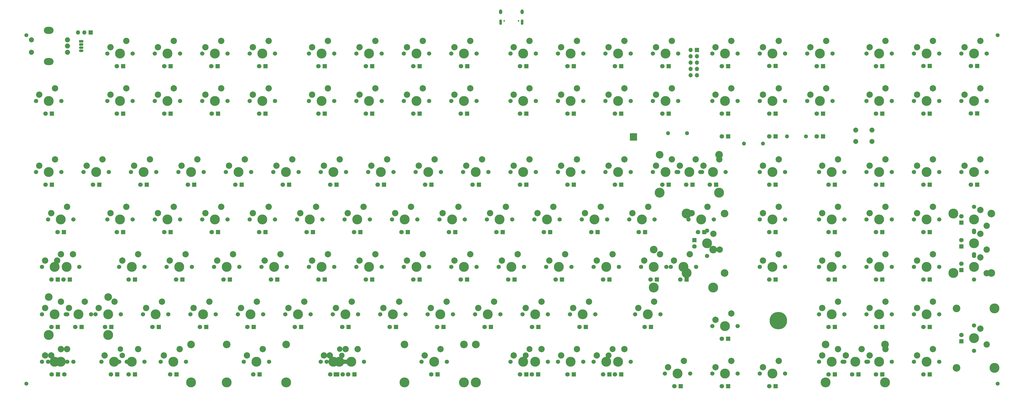
<source format=gbr>
G04 #@! TF.GenerationSoftware,KiCad,Pcbnew,(6.0.0)*
G04 #@! TF.CreationDate,2022-01-14T13:14:56-05:00*
G04 #@! TF.ProjectId,Boston-keyboard-V06-1J,426f7374-6f6e-42d6-9b65-79626f617264,rev?*
G04 #@! TF.SameCoordinates,Original*
G04 #@! TF.FileFunction,Soldermask,Top*
G04 #@! TF.FilePolarity,Negative*
%FSLAX46Y46*%
G04 Gerber Fmt 4.6, Leading zero omitted, Abs format (unit mm)*
G04 Created by KiCad (PCBNEW (6.0.0)) date 2022-01-14 13:14:56*
%MOMM*%
%LPD*%
G01*
G04 APERTURE LIST*
%ADD10R,1.800000X1.800000*%
%ADD11C,1.800000*%
%ADD12R,2.200000X1.800000*%
%ADD13C,0.800000*%
%ADD14C,7.000000*%
%ADD15C,1.600000*%
%ADD16O,1.600000X1.600000*%
%ADD17C,1.596000*%
%ADD18R,1.700000X1.700000*%
%ADD19O,1.700000X1.700000*%
%ADD20C,2.032000*%
%ADD21O,3.900000X2.799999*%
%ADD22R,1.800000X1.070000*%
%ADD23O,1.800000X1.070000*%
%ADD24C,3.987800*%
%ADD25C,1.701800*%
%ADD26C,2.540000*%
%ADD27C,3.048000*%
%ADD28C,2.400000*%
%ADD29C,2.200000*%
%ADD30C,0.650000*%
%ADD31O,1.300000X1.900000*%
%ADD32O,1.100000X2.200000*%
%ADD33C,2.000000*%
%ADD34O,5.000000X1.701800*%
%ADD35C,0.220000*%
G04 APERTURE END LIST*
D10*
X69657600Y-168280000D03*
D11*
X72197600Y-168280000D03*
D12*
X181420000Y-168280000D03*
D11*
X183960000Y-168280000D03*
D10*
X381595000Y-130180000D03*
D11*
X379055000Y-130180000D03*
D10*
X181570000Y-92080000D03*
D11*
X179030000Y-92080000D03*
D10*
X419695000Y-168280000D03*
D11*
X417155000Y-168280000D03*
D13*
X360749655Y-144793345D03*
X358893500Y-149274500D03*
X361518500Y-146649500D03*
X357037345Y-148505655D03*
X357037345Y-144793345D03*
X358893500Y-144024500D03*
X360749655Y-148505655D03*
D14*
X358893500Y-146649500D03*
D13*
X356268500Y-146649500D03*
D10*
X253007500Y-130180000D03*
D11*
X250467500Y-130180000D03*
D10*
X69657600Y-168280000D03*
D11*
X67117600Y-168280000D03*
D10*
X238720000Y-92080000D03*
D11*
X236180000Y-92080000D03*
D10*
X152995000Y-111130000D03*
D11*
X150455000Y-111130000D03*
D10*
X333970000Y-92080000D03*
D11*
X331430000Y-92080000D03*
D10*
X167282500Y-149230000D03*
D11*
X164742500Y-149230000D03*
D10*
X233957500Y-63505000D03*
D11*
X231417500Y-63505000D03*
D10*
X338732500Y-153992500D03*
D11*
X336192500Y-153992500D03*
D10*
X419695000Y-92080000D03*
D11*
X417155000Y-92080000D03*
D10*
X438745000Y-44429600D03*
D11*
X436205000Y-44429600D03*
D10*
X114895000Y-63505000D03*
D11*
X112355000Y-63505000D03*
D10*
X195857500Y-44455000D03*
D11*
X193317500Y-44455000D03*
D10*
X114895000Y-111130000D03*
D11*
X112355000Y-111130000D03*
D10*
X400645000Y-63530400D03*
D11*
X398105000Y-63530400D03*
D10*
X419695000Y-44429600D03*
D11*
X417155000Y-44429600D03*
D10*
X381595000Y-149230000D03*
D11*
X379055000Y-149230000D03*
D10*
X276820000Y-168280000D03*
D11*
X274280000Y-168280000D03*
D10*
X233995600Y-44455000D03*
D11*
X231455600Y-44455000D03*
D10*
X432395000Y-107320000D03*
D11*
X432395000Y-104780000D03*
D10*
X138707500Y-130180000D03*
D11*
X136167500Y-130180000D03*
D10*
X210145000Y-111130000D03*
D11*
X207605000Y-111130000D03*
D10*
X314915000Y-92062500D03*
D11*
X312375000Y-92062500D03*
D10*
X257770000Y-44455000D03*
D11*
X255230000Y-44455000D03*
D10*
X329207500Y-111130000D03*
D11*
X326667500Y-111130000D03*
D10*
X67270000Y-92080000D03*
D11*
X64730000Y-92080000D03*
D10*
X357782500Y-111130000D03*
D11*
X355242500Y-111130000D03*
D10*
X91082500Y-149230000D03*
D11*
X88542500Y-149230000D03*
D10*
X381595000Y-92080000D03*
D11*
X379055000Y-92080000D03*
D10*
X119657500Y-130180000D03*
D11*
X117117500Y-130180000D03*
D10*
X419695000Y-149230000D03*
D11*
X417155000Y-149230000D03*
D10*
X257770000Y-63505000D03*
D11*
X255230000Y-63505000D03*
D10*
X314920000Y-63500000D03*
D11*
X312380000Y-63500000D03*
D10*
X438745000Y-63479600D03*
D11*
X436205000Y-63479600D03*
D10*
X338732500Y-72712500D03*
D11*
X336192500Y-72712500D03*
D10*
X432395000Y-116845000D03*
D11*
X432395000Y-114305000D03*
D10*
X219670000Y-92080000D03*
D11*
X217130000Y-92080000D03*
D10*
X69651250Y-130180000D03*
D11*
X67111250Y-130180000D03*
D10*
X114895000Y-44455000D03*
D11*
X112355000Y-44455000D03*
D10*
X432395000Y-154945000D03*
D11*
X432395000Y-152405000D03*
D10*
X152995000Y-44455000D03*
D11*
X150455000Y-44455000D03*
D10*
X205382500Y-149230000D03*
D11*
X202842500Y-149230000D03*
D10*
X214907500Y-44455000D03*
D11*
X212367500Y-44455000D03*
D10*
X105370000Y-92080000D03*
D11*
X102830000Y-92080000D03*
D10*
X295870000Y-63505000D03*
D11*
X293330000Y-63505000D03*
D15*
X352700000Y-75600000D03*
D16*
X345080000Y-75600000D03*
D10*
X338745200Y-44455000D03*
D11*
X336205200Y-44455000D03*
D10*
X200620000Y-92080000D03*
D11*
X198080000Y-92080000D03*
D10*
X419695000Y-63530400D03*
D11*
X417155000Y-63530400D03*
D10*
X93463750Y-168280000D03*
D11*
X90923750Y-168280000D03*
D10*
X438745000Y-92080000D03*
D11*
X436205000Y-92080000D03*
D10*
X186332500Y-149230000D03*
D11*
X183792500Y-149230000D03*
D10*
X276820000Y-92080000D03*
D11*
X274280000Y-92080000D03*
D12*
X181570000Y-168280000D03*
D11*
X179030000Y-168280000D03*
D10*
X357782500Y-130180000D03*
D11*
X355242500Y-130180000D03*
D17*
X447000000Y-32000000D03*
D10*
X357782500Y-72712500D03*
D11*
X355242500Y-72712500D03*
D10*
X338732500Y-63500000D03*
D11*
X336192500Y-63500000D03*
D10*
X95845000Y-63505000D03*
D11*
X93305000Y-63505000D03*
D10*
X176807500Y-44455000D03*
D11*
X174267500Y-44455000D03*
D10*
X172045000Y-111130000D03*
D11*
X169505000Y-111130000D03*
D10*
X176807500Y-63505000D03*
D11*
X174267500Y-63505000D03*
D10*
X176807500Y-130180000D03*
D11*
X174267500Y-130180000D03*
D10*
X381595000Y-168280000D03*
D11*
X379055000Y-168280000D03*
D10*
X276820000Y-63505000D03*
D11*
X274280000Y-63505000D03*
D10*
X325238750Y-114305000D03*
D11*
X325238750Y-116845000D03*
D10*
X100594800Y-168305400D03*
D11*
X98054800Y-168305400D03*
D10*
X69651250Y-149230000D03*
D11*
X67111250Y-149230000D03*
D10*
X400645000Y-130180000D03*
D11*
X398105000Y-130180000D03*
D10*
X150609000Y-168262000D03*
D11*
X148069000Y-168262000D03*
D10*
X222060000Y-168265000D03*
D11*
X219520000Y-168265000D03*
D10*
X162520000Y-92080000D03*
D11*
X159980000Y-92080000D03*
D10*
X248245000Y-111130000D03*
D11*
X245705000Y-111130000D03*
D10*
X400645000Y-149230000D03*
D11*
X398105000Y-149230000D03*
D10*
X400645000Y-92080000D03*
D11*
X398105000Y-92080000D03*
D18*
X82825000Y-30950000D03*
D19*
X80285000Y-30950000D03*
X77745000Y-30950000D03*
D10*
X95845000Y-44455000D03*
D11*
X93305000Y-44455000D03*
D17*
X57000000Y-172000000D03*
D10*
X257770000Y-92080000D03*
D11*
X255230000Y-92080000D03*
D10*
X291094800Y-168280000D03*
D11*
X288554800Y-168280000D03*
D10*
X157757500Y-130180000D03*
D11*
X155217500Y-130180000D03*
D10*
X191095000Y-111130000D03*
D11*
X188555000Y-111130000D03*
D10*
X400645000Y-44480400D03*
D11*
X398105000Y-44480400D03*
D10*
X110132500Y-149230000D03*
D11*
X107592500Y-149230000D03*
D10*
X67270000Y-63530400D03*
D11*
X64730000Y-63530400D03*
D10*
X357800000Y-63500000D03*
D11*
X355260000Y-63500000D03*
D10*
X319682500Y-173042500D03*
D11*
X317142500Y-173042500D03*
D10*
X262519800Y-168254600D03*
D11*
X259979800Y-168254600D03*
D10*
X295870000Y-168280000D03*
D11*
X293330000Y-168280000D03*
D10*
X322063750Y-130180000D03*
D11*
X319523750Y-130180000D03*
D10*
X276820000Y-44455000D03*
D11*
X274280000Y-44455000D03*
D10*
X357782500Y-92080000D03*
D11*
X355242500Y-92080000D03*
D10*
X224432500Y-149230000D03*
D11*
X221892500Y-149230000D03*
D10*
X229195000Y-111130000D03*
D11*
X226655000Y-111130000D03*
D10*
X357782500Y-173042500D03*
D11*
X355242500Y-173042500D03*
D10*
X133818000Y-44455000D03*
D11*
X131278000Y-44455000D03*
D17*
X57000000Y-32000000D03*
D10*
X262532500Y-149230000D03*
D11*
X259992500Y-149230000D03*
D10*
X432395000Y-126370000D03*
D11*
X432395000Y-123830000D03*
D10*
X188707400Y-168280000D03*
D11*
X186167400Y-168280000D03*
D10*
X324445000Y-92080000D03*
D11*
X321905000Y-92080000D03*
D10*
X100607500Y-130180000D03*
D11*
X98067500Y-130180000D03*
D10*
X376832500Y-63500000D03*
D11*
X374292500Y-63500000D03*
D10*
X419695000Y-130180000D03*
D11*
X417155000Y-130180000D03*
D10*
X419695000Y-111130000D03*
D11*
X417155000Y-111130000D03*
D10*
X72032500Y-111130000D03*
D11*
X69492500Y-111130000D03*
D10*
X291107500Y-130180000D03*
D11*
X288567500Y-130180000D03*
D10*
X338732500Y-173042500D03*
D11*
X336192500Y-173042500D03*
D10*
X286345000Y-111130000D03*
D11*
X283805000Y-111130000D03*
D20*
X73500000Y-38875000D03*
X73500000Y-33875000D03*
X73500000Y-36375000D03*
D21*
X66000000Y-30125000D03*
X66000000Y-42625000D03*
D20*
X59000000Y-38875000D03*
X59000000Y-33875000D03*
D10*
X307776250Y-149230000D03*
D11*
X305236250Y-149230000D03*
D10*
X152995000Y-63505000D03*
D11*
X150455000Y-63505000D03*
D10*
X272057500Y-130180000D03*
D11*
X269517500Y-130180000D03*
D10*
X124420000Y-92080000D03*
D11*
X121880000Y-92080000D03*
D10*
X233957500Y-130180000D03*
D11*
X231417500Y-130180000D03*
D10*
X117282600Y-168280000D03*
D11*
X114742600Y-168280000D03*
D10*
X314920000Y-44455000D03*
D11*
X312380000Y-44455000D03*
D10*
X257770000Y-168280000D03*
D11*
X255230000Y-168280000D03*
D10*
X133945000Y-63505000D03*
D11*
X131405000Y-63505000D03*
D10*
X129182500Y-149230000D03*
D11*
X126642500Y-149230000D03*
D10*
X305395000Y-111130000D03*
D11*
X302855000Y-111130000D03*
D10*
X295870000Y-44455000D03*
D11*
X293330000Y-44455000D03*
D15*
X370000000Y-72700000D03*
D16*
X362380000Y-72700000D03*
D10*
X214907500Y-130180000D03*
D11*
X212367500Y-130180000D03*
D10*
X79176250Y-149230000D03*
D11*
X76636250Y-149230000D03*
D10*
X400645000Y-168280000D03*
D11*
X398105000Y-168280000D03*
D10*
X281582500Y-149230000D03*
D11*
X279042500Y-149230000D03*
D10*
X357782500Y-44429600D03*
D11*
X355242500Y-44429600D03*
D10*
X143470000Y-92080000D03*
D11*
X140930000Y-92080000D03*
D10*
X391120000Y-168280000D03*
D11*
X388580000Y-168280000D03*
D10*
X310157500Y-130180000D03*
D11*
X307617500Y-130180000D03*
D10*
X295870000Y-92080000D03*
D11*
X293330000Y-92080000D03*
D10*
X95845000Y-111130000D03*
D11*
X93305000Y-111130000D03*
D18*
X326250000Y-38000000D03*
D19*
X323710000Y-38000000D03*
X326250000Y-40540000D03*
X323710000Y-40540000D03*
X326250000Y-43080000D03*
X323710000Y-43080000D03*
X326250000Y-45620000D03*
X323710000Y-45620000D03*
X326250000Y-48160000D03*
X323710000Y-48160000D03*
D22*
X79000000Y-34470000D03*
D23*
X79000000Y-35740000D03*
X79000000Y-37010000D03*
X79000000Y-38280000D03*
D10*
X74413750Y-130180000D03*
D11*
X71873750Y-130180000D03*
D10*
X214907500Y-63505000D03*
D11*
X212367500Y-63505000D03*
D10*
X376832500Y-72712500D03*
D11*
X374292500Y-72712500D03*
D15*
X322220000Y-71400000D03*
D16*
X314600000Y-71400000D03*
D10*
X376832500Y-44480400D03*
D11*
X374292500Y-44480400D03*
D10*
X86320000Y-92080000D03*
D11*
X83780000Y-92080000D03*
D10*
X267295000Y-111130000D03*
D11*
X264755000Y-111130000D03*
D10*
X243482500Y-149230000D03*
D11*
X240942500Y-149230000D03*
D10*
X133945000Y-111130000D03*
D11*
X131405000Y-111130000D03*
D10*
X195857500Y-130180000D03*
D11*
X193317500Y-130180000D03*
D10*
X381595000Y-111130000D03*
D11*
X379055000Y-111130000D03*
D17*
X447000000Y-172000000D03*
D10*
X148232500Y-149230000D03*
D11*
X145692500Y-149230000D03*
D10*
X195857500Y-63505000D03*
D11*
X193317500Y-63505000D03*
D10*
X400645000Y-111130000D03*
D11*
X398105000Y-111130000D03*
D24*
X275550000Y-87000000D03*
D25*
X280630000Y-87000000D03*
X270470000Y-87000000D03*
D26*
X278090000Y-81920000D03*
X271740000Y-84460000D03*
D27*
X401788000Y-156215000D03*
D24*
X401788000Y-171455000D03*
D27*
X377912000Y-156215000D03*
D25*
X394930000Y-163200000D03*
X384770000Y-163200000D03*
D24*
X377912000Y-171455000D03*
X389850000Y-163200000D03*
D26*
X392390000Y-158120000D03*
X386040000Y-160660000D03*
D25*
X256817500Y-125100000D03*
D24*
X251737500Y-125100000D03*
D25*
X246657500Y-125100000D03*
D26*
X254277500Y-120020000D03*
X247927500Y-122560000D03*
D25*
X413345000Y-163200000D03*
X423505000Y-163200000D03*
D24*
X418425000Y-163200000D03*
D26*
X420965000Y-158120000D03*
X414615000Y-160660000D03*
D25*
X261580000Y-163200000D03*
D24*
X256500000Y-163200000D03*
D25*
X251420000Y-163200000D03*
D28*
X259040000Y-158120000D03*
D26*
X252690000Y-160660000D03*
D25*
X99655000Y-58425000D03*
X89495000Y-58425000D03*
D24*
X94575000Y-58425000D03*
D26*
X97115000Y-53345000D03*
X90765000Y-55885000D03*
D25*
X299045000Y-106050000D03*
X309205000Y-106050000D03*
D24*
X304125000Y-106050000D03*
D26*
X306665000Y-100970000D03*
X300315000Y-103510000D03*
D25*
X218717500Y-39375000D03*
D24*
X213637500Y-39375000D03*
D25*
X208557500Y-39375000D03*
D26*
X216177500Y-34295000D03*
X209827500Y-36835000D03*
D25*
X437475000Y-111130000D03*
D24*
X437475000Y-106050000D03*
D25*
X437475000Y-100970000D03*
D26*
X442555000Y-108590000D03*
X440015000Y-102240000D03*
D25*
X342542500Y-58425000D03*
X332382500Y-58425000D03*
D24*
X337462500Y-58425000D03*
D26*
X340002500Y-53345000D03*
X333652500Y-55885000D03*
D25*
X351432500Y-125100000D03*
D24*
X356512500Y-125100000D03*
D25*
X361592500Y-125100000D03*
D26*
X359052500Y-120020000D03*
X352702500Y-122560000D03*
D25*
X351432500Y-106050000D03*
X361592500Y-106050000D03*
D24*
X356512500Y-106050000D03*
D26*
X359052500Y-100970000D03*
X352702500Y-103510000D03*
D24*
X418425000Y-125100000D03*
D25*
X423505000Y-125100000D03*
X413345000Y-125100000D03*
D26*
X420965000Y-120020000D03*
X414615000Y-122560000D03*
D25*
X97273750Y-163200000D03*
D24*
X92193750Y-163200000D03*
D25*
X87113750Y-163200000D03*
D29*
X94733750Y-158120000D03*
D26*
X88383750Y-160660000D03*
D24*
X89844250Y-152405000D03*
D25*
X72826250Y-144150000D03*
D27*
X89844250Y-137165000D03*
D25*
X82986250Y-144150000D03*
D27*
X65968250Y-137165000D03*
D24*
X77906250Y-144150000D03*
X65968250Y-152405000D03*
D26*
X80446250Y-139070000D03*
X74096250Y-141610000D03*
D25*
X142517500Y-125100000D03*
D24*
X137437500Y-125100000D03*
D25*
X132357500Y-125100000D03*
D26*
X139977500Y-120020000D03*
X133627500Y-122560000D03*
D24*
X294600000Y-39375000D03*
D25*
X299680000Y-39375000D03*
X289520000Y-39375000D03*
D26*
X297140000Y-34295000D03*
X290790000Y-36835000D03*
D24*
X327937500Y-106050000D03*
D25*
X322857500Y-106050000D03*
X333017500Y-106050000D03*
D26*
X330477500Y-100970000D03*
X324127500Y-103510000D03*
D24*
X127912500Y-144150000D03*
D25*
X132992500Y-144150000D03*
X122832500Y-144150000D03*
D26*
X130452500Y-139070000D03*
X124102500Y-141610000D03*
D24*
X261262500Y-144150000D03*
D25*
X266342500Y-144150000D03*
X256182500Y-144150000D03*
D26*
X263802500Y-139070000D03*
X257452500Y-141610000D03*
D24*
X68381250Y-144150000D03*
D25*
X63301250Y-144150000D03*
X73461250Y-144150000D03*
D26*
X70921250Y-139070000D03*
X64571250Y-141610000D03*
D25*
X208557500Y-125100000D03*
X218717500Y-125100000D03*
D24*
X213637500Y-125100000D03*
D26*
X216177500Y-120020000D03*
X209827500Y-122560000D03*
D24*
X180300000Y-87000000D03*
D25*
X175220000Y-87000000D03*
X185380000Y-87000000D03*
D26*
X182840000Y-81920000D03*
X176490000Y-84460000D03*
D24*
X332731964Y-133355000D03*
X308855964Y-133355000D03*
D25*
X325873964Y-125100000D03*
X315713964Y-125100000D03*
D27*
X332731964Y-118115000D03*
D24*
X320793964Y-125100000D03*
D27*
X308855964Y-118115000D03*
D26*
X323333964Y-120020000D03*
X316983964Y-122560000D03*
D25*
X289520000Y-87000000D03*
D24*
X294600000Y-87000000D03*
D25*
X299680000Y-87000000D03*
D26*
X297140000Y-81920000D03*
X290790000Y-84460000D03*
D24*
X151725000Y-58425000D03*
D25*
X156805000Y-58425000D03*
X146645000Y-58425000D03*
D26*
X154265000Y-53345000D03*
X147915000Y-55885000D03*
D25*
X199667500Y-125100000D03*
D24*
X194587500Y-125100000D03*
D25*
X189507500Y-125100000D03*
D26*
X197127500Y-120020000D03*
X190777500Y-122560000D03*
D25*
X251420160Y-39375000D03*
X261580160Y-39375000D03*
D24*
X256500160Y-39375000D03*
D26*
X259040160Y-34295000D03*
X252690160Y-36835000D03*
D24*
X218400000Y-87000000D03*
D25*
X223480000Y-87000000D03*
X213320000Y-87000000D03*
D26*
X220940000Y-81920000D03*
X214590000Y-84460000D03*
D25*
X442555000Y-87000000D03*
D24*
X437475000Y-87000000D03*
D25*
X432395000Y-87000000D03*
D26*
X440015000Y-81920000D03*
X433665000Y-84460000D03*
D25*
X108545000Y-106050000D03*
D24*
X113625000Y-106050000D03*
D25*
X118705000Y-106050000D03*
D26*
X116165000Y-100970000D03*
X109815000Y-103510000D03*
D25*
X284757500Y-163200000D03*
X294917500Y-163200000D03*
D24*
X289837500Y-163200000D03*
D28*
X292377500Y-158120000D03*
D26*
X286027500Y-160660000D03*
D24*
X189825000Y-106050000D03*
D25*
X194905000Y-106050000D03*
X184745000Y-106050000D03*
D26*
X192365000Y-100970000D03*
X186015000Y-103510000D03*
D25*
X113942500Y-144150000D03*
X103782500Y-144150000D03*
D24*
X108862500Y-144150000D03*
D26*
X111402500Y-139070000D03*
X105052500Y-141610000D03*
D25*
X404455000Y-144150000D03*
D24*
X399375000Y-144150000D03*
D25*
X394295000Y-144150000D03*
D26*
X401915000Y-139070000D03*
X395565000Y-141610000D03*
D25*
X179982500Y-144150000D03*
D24*
X185062500Y-144150000D03*
D25*
X190142500Y-144150000D03*
D26*
X187602500Y-139070000D03*
X181252500Y-141610000D03*
D25*
X79970000Y-87000000D03*
X90130000Y-87000000D03*
D24*
X85050000Y-87000000D03*
D26*
X87590000Y-81920000D03*
X81240000Y-84460000D03*
D25*
X318730000Y-87000000D03*
D24*
X313650000Y-87000000D03*
D25*
X308570000Y-87000000D03*
D26*
X316190000Y-81920000D03*
X309840000Y-84460000D03*
D25*
X128230000Y-87000000D03*
D24*
X123150000Y-87000000D03*
D25*
X118070000Y-87000000D03*
D26*
X125690000Y-81920000D03*
X119340000Y-84460000D03*
D25*
X413345000Y-87000000D03*
X423505000Y-87000000D03*
D24*
X418425000Y-87000000D03*
D26*
X420965000Y-81920000D03*
X414615000Y-84460000D03*
D24*
X437475000Y-58425000D03*
D25*
X432395000Y-58425000D03*
X442555000Y-58425000D03*
D26*
X440015000Y-53345000D03*
X433665000Y-55885000D03*
D25*
X199667606Y-39375000D03*
D24*
X194587606Y-39375000D03*
D25*
X189507606Y-39375000D03*
D26*
X197127606Y-34295000D03*
X190777606Y-36835000D03*
D25*
X404455000Y-39375000D03*
D24*
X399375000Y-39375000D03*
D25*
X394295000Y-39375000D03*
D26*
X401915000Y-34295000D03*
X395565000Y-36835000D03*
D25*
X385405000Y-163200000D03*
X375245000Y-163200000D03*
D24*
X380325000Y-163200000D03*
D26*
X382865000Y-158120000D03*
X376515000Y-160660000D03*
D24*
X151725000Y-39375000D03*
D25*
X156805000Y-39375000D03*
X146645000Y-39375000D03*
D26*
X154265000Y-34295000D03*
X147915000Y-36835000D03*
D24*
X270787500Y-125100000D03*
D25*
X275867500Y-125100000D03*
X265707500Y-125100000D03*
D26*
X273327500Y-120020000D03*
X266977500Y-122560000D03*
D25*
X237767500Y-58425000D03*
X227607500Y-58425000D03*
D24*
X232687500Y-58425000D03*
D26*
X235227500Y-53345000D03*
X228877500Y-55885000D03*
D30*
X254627000Y-26249000D03*
X248847000Y-26249000D03*
D31*
X256037000Y-22600000D03*
D32*
X247437000Y-26800000D03*
D31*
X247437000Y-22600000D03*
D32*
X256037000Y-26800000D03*
D24*
X399375000Y-125100000D03*
D25*
X404455000Y-125100000D03*
X394295000Y-125100000D03*
D26*
X401915000Y-120020000D03*
X395565000Y-122560000D03*
D24*
X275550000Y-39375000D03*
D25*
X280630000Y-39375000D03*
X270470000Y-39375000D03*
D26*
X278090000Y-34295000D03*
X271740000Y-36835000D03*
D24*
X337462500Y-148912500D03*
D25*
X342542500Y-148912500D03*
X332382500Y-148912500D03*
D26*
X340002500Y-143832500D03*
X333652500Y-146372500D03*
D25*
X209192500Y-144150000D03*
D24*
X204112500Y-144150000D03*
D25*
X199032500Y-144150000D03*
D26*
X206652500Y-139070000D03*
X200302500Y-141610000D03*
D27*
X208843250Y-156215000D03*
X232719250Y-156215000D03*
D25*
X225861250Y-163200000D03*
D24*
X208843250Y-171455000D03*
X220781250Y-163200000D03*
D25*
X215701250Y-163200000D03*
D24*
X232719250Y-171455000D03*
D26*
X223321250Y-158120000D03*
X216971250Y-160660000D03*
D27*
X337303750Y-127513000D03*
D24*
X330318750Y-115575000D03*
D27*
X337303750Y-103637000D03*
D24*
X322063750Y-127513000D03*
D25*
X330318750Y-120655000D03*
X330318750Y-110495000D03*
D24*
X322063750Y-103637000D03*
D26*
X335398750Y-118115000D03*
X332858750Y-111765000D03*
D25*
X170457500Y-58425000D03*
D24*
X175537500Y-58425000D03*
D25*
X180617500Y-58425000D03*
D26*
X178077500Y-53345000D03*
X171727500Y-55885000D03*
D25*
X437475000Y-120020000D03*
D24*
X437475000Y-125100000D03*
D25*
X437475000Y-130180000D03*
D26*
X442555000Y-127640000D03*
X440015000Y-121290000D03*
D25*
X327620000Y-87000000D03*
D24*
X332700000Y-87000000D03*
D25*
X337780000Y-87000000D03*
D26*
X335240000Y-81920000D03*
X328890000Y-84460000D03*
D25*
X187761250Y-163200000D03*
D24*
X182681250Y-163200000D03*
D25*
X177601250Y-163200000D03*
D26*
X185221250Y-158120000D03*
X178871250Y-160660000D03*
D25*
X170457590Y-39375000D03*
D24*
X175537590Y-39375000D03*
D25*
X180617590Y-39375000D03*
D26*
X178077590Y-34295000D03*
X171727590Y-36835000D03*
D24*
X285075000Y-106050000D03*
D25*
X290155000Y-106050000D03*
X279995000Y-106050000D03*
D26*
X287615000Y-100970000D03*
X281265000Y-103510000D03*
D25*
X394295000Y-106050000D03*
D24*
X399375000Y-106050000D03*
D25*
X404455000Y-106050000D03*
D26*
X401915000Y-100970000D03*
X395565000Y-103510000D03*
D25*
X118705000Y-39375000D03*
D24*
X113625000Y-39375000D03*
D25*
X108545000Y-39375000D03*
D26*
X116165000Y-34295000D03*
X109815000Y-36835000D03*
D25*
X227607500Y-125100000D03*
X237767500Y-125100000D03*
D24*
X232687500Y-125100000D03*
D26*
X235227500Y-120020000D03*
X228877500Y-122560000D03*
D25*
X127595000Y-106050000D03*
X137755000Y-106050000D03*
D24*
X132675000Y-106050000D03*
D26*
X135215000Y-100970000D03*
X128865000Y-103510000D03*
D25*
X189507500Y-58425000D03*
X199667500Y-58425000D03*
D24*
X194587500Y-58425000D03*
D26*
X197127500Y-53345000D03*
X190777500Y-55885000D03*
D33*
X396500000Y-70170000D03*
X390000000Y-70170000D03*
X390000000Y-74670000D03*
X396500000Y-74670000D03*
D24*
X137405750Y-171455000D03*
D25*
X154423750Y-163200000D03*
D24*
X161281750Y-171455000D03*
D27*
X137405750Y-156215000D03*
X161281750Y-156215000D03*
D24*
X149343750Y-163200000D03*
D25*
X144263750Y-163200000D03*
D26*
X151883750Y-158120000D03*
X145533750Y-160660000D03*
D24*
X237450000Y-171455000D03*
D34*
X185380000Y-163200000D03*
D25*
X175220000Y-163200000D03*
D27*
X123150000Y-156215000D03*
D24*
X180300000Y-163200000D03*
D27*
X237450000Y-156215000D03*
D24*
X123150000Y-171455000D03*
D29*
X182840000Y-158120000D03*
D26*
X176490000Y-160660000D03*
D25*
X394295000Y-163200000D03*
X404455000Y-163200000D03*
D24*
X399375000Y-163200000D03*
D26*
X401915000Y-158120000D03*
X395565000Y-160660000D03*
D25*
X160932500Y-144150000D03*
X171092500Y-144150000D03*
D24*
X166012500Y-144150000D03*
D26*
X168552500Y-139070000D03*
X162202500Y-141610000D03*
D24*
X337462500Y-167962500D03*
D25*
X332382500Y-167962500D03*
X342542500Y-167962500D03*
D26*
X340002500Y-162882500D03*
X333652500Y-165422500D03*
D25*
X65682500Y-106050000D03*
D24*
X70762500Y-106050000D03*
D25*
X75842500Y-106050000D03*
D26*
X73302500Y-100970000D03*
X66952500Y-103510000D03*
D25*
X89495000Y-106050000D03*
X99655000Y-106050000D03*
D24*
X94575000Y-106050000D03*
D26*
X97115000Y-100970000D03*
X90765000Y-103510000D03*
D24*
X66000000Y-58425000D03*
D25*
X71080000Y-58425000D03*
X60920000Y-58425000D03*
D26*
X68540000Y-53345000D03*
X62190000Y-55885000D03*
D25*
X308570000Y-39375000D03*
D24*
X313650000Y-39375000D03*
D25*
X318730000Y-39375000D03*
D26*
X316190000Y-34295000D03*
X309840000Y-36835000D03*
D25*
X361592500Y-167962500D03*
X351432500Y-167962500D03*
D24*
X356512500Y-167962500D03*
D26*
X359052500Y-162882500D03*
X352702500Y-165422500D03*
D24*
X256500000Y-87000000D03*
D25*
X261580000Y-87000000D03*
X251420000Y-87000000D03*
D26*
X259040000Y-81920000D03*
X252690000Y-84460000D03*
D24*
X94575000Y-39375000D03*
D25*
X89495000Y-39375000D03*
X99655000Y-39375000D03*
D26*
X97115000Y-34295000D03*
X90765000Y-36835000D03*
D24*
X142200000Y-87000000D03*
D25*
X147280000Y-87000000D03*
X137120000Y-87000000D03*
D26*
X144740000Y-81920000D03*
X138390000Y-84460000D03*
D25*
X437475000Y-120655000D03*
D24*
X429220000Y-103637000D03*
D25*
X437475000Y-110495000D03*
D24*
X437475000Y-115575000D03*
D27*
X444460000Y-103637000D03*
X444460000Y-127513000D03*
D24*
X429220000Y-127513000D03*
D26*
X442555000Y-118115000D03*
X440015000Y-111765000D03*
D24*
X356512500Y-58425000D03*
D25*
X361592500Y-58425000D03*
X351432500Y-58425000D03*
D26*
X359052500Y-53345000D03*
X352702500Y-55885000D03*
D24*
X223162500Y-144150000D03*
D25*
X228242500Y-144150000D03*
X218082500Y-144150000D03*
D26*
X225702500Y-139070000D03*
X219352500Y-141610000D03*
D25*
X351432500Y-39375000D03*
D24*
X356512500Y-39375000D03*
D25*
X361592500Y-39375000D03*
D26*
X359052500Y-34295000D03*
X352702500Y-36835000D03*
D25*
X63301250Y-125100000D03*
X73461250Y-125100000D03*
D24*
X68381250Y-125100000D03*
D26*
X70921250Y-120020000D03*
X64571250Y-122560000D03*
D24*
X275550000Y-163200000D03*
D25*
X270470000Y-163200000D03*
X280630000Y-163200000D03*
D26*
X278090000Y-158120000D03*
X271740000Y-160660000D03*
D25*
X75842500Y-163200000D03*
D24*
X70762500Y-163200000D03*
D25*
X65682500Y-163200000D03*
D26*
X73302500Y-158120000D03*
X66952500Y-160660000D03*
D25*
X121086250Y-163200000D03*
D24*
X116006250Y-163200000D03*
D25*
X110926250Y-163200000D03*
D26*
X118546250Y-158120000D03*
X112196250Y-160660000D03*
D24*
X375562500Y-39375000D03*
D25*
X380642500Y-39375000D03*
X370482500Y-39375000D03*
D26*
X378102500Y-34295000D03*
X371752500Y-36835000D03*
D24*
X437475000Y-39375000D03*
D25*
X432395000Y-39375000D03*
X442555000Y-39375000D03*
D26*
X440015000Y-34295000D03*
X433665000Y-36835000D03*
D25*
X313967500Y-125100000D03*
D24*
X308887500Y-125100000D03*
D25*
X303807500Y-125100000D03*
D26*
X311427500Y-120020000D03*
X305077500Y-122560000D03*
D24*
X399375000Y-87000000D03*
D25*
X394295000Y-87000000D03*
X404455000Y-87000000D03*
D26*
X401915000Y-81920000D03*
X395565000Y-84460000D03*
D25*
X137755000Y-39375000D03*
D24*
X132675000Y-39375000D03*
D25*
X127595000Y-39375000D03*
D26*
X135215000Y-34295000D03*
X128865000Y-36835000D03*
D25*
X84732500Y-144150000D03*
D24*
X89812500Y-144150000D03*
D25*
X94892500Y-144150000D03*
D26*
X92352500Y-139070000D03*
X86002500Y-141610000D03*
D25*
X242530000Y-87000000D03*
X232370000Y-87000000D03*
D24*
X237450000Y-87000000D03*
D26*
X239990000Y-81920000D03*
X233640000Y-84460000D03*
D25*
X342542500Y-39375000D03*
D24*
X337462500Y-39375000D03*
D25*
X332382500Y-39375000D03*
D26*
X340002500Y-34295000D03*
X333652500Y-36835000D03*
D25*
X152042500Y-144150000D03*
D24*
X146962500Y-144150000D03*
D25*
X141882500Y-144150000D03*
D26*
X149502500Y-139070000D03*
X143152500Y-141610000D03*
D25*
X423505000Y-144150000D03*
D24*
X418425000Y-144150000D03*
D25*
X413345000Y-144150000D03*
D26*
X420965000Y-139070000D03*
X414615000Y-141610000D03*
D25*
X99020000Y-87000000D03*
D24*
X104100000Y-87000000D03*
D25*
X109180000Y-87000000D03*
D26*
X106640000Y-81920000D03*
X100290000Y-84460000D03*
D25*
X71080000Y-87000000D03*
X60920000Y-87000000D03*
D24*
X66000000Y-87000000D03*
D26*
X68540000Y-81920000D03*
X62190000Y-84460000D03*
D25*
X68063750Y-125100000D03*
D24*
X73143750Y-125100000D03*
D25*
X78223750Y-125100000D03*
D26*
X75683750Y-120020000D03*
X69333750Y-122560000D03*
D24*
X156487500Y-125100000D03*
D25*
X151407500Y-125100000D03*
X161567500Y-125100000D03*
D26*
X159027500Y-120020000D03*
X152677500Y-122560000D03*
D25*
X280630000Y-58425000D03*
X270470000Y-58425000D03*
D24*
X275550000Y-58425000D03*
D26*
X278090000Y-53345000D03*
X271740000Y-55885000D03*
D25*
X170457500Y-125100000D03*
X180617500Y-125100000D03*
D24*
X175537500Y-125100000D03*
D26*
X178077500Y-120020000D03*
X171727500Y-122560000D03*
D25*
X423505000Y-106050000D03*
D24*
X418425000Y-106050000D03*
D25*
X413345000Y-106050000D03*
D26*
X420965000Y-100970000D03*
X414615000Y-103510000D03*
D25*
X247292500Y-144150000D03*
D24*
X242212500Y-144150000D03*
D25*
X237132500Y-144150000D03*
D26*
X244752500Y-139070000D03*
X238402500Y-141610000D03*
D25*
X118705000Y-58425000D03*
X108545000Y-58425000D03*
D24*
X113625000Y-58425000D03*
D26*
X116165000Y-53345000D03*
X109815000Y-55885000D03*
D25*
X256182500Y-163200000D03*
D24*
X261262500Y-163200000D03*
D25*
X266342500Y-163200000D03*
D26*
X263802500Y-158120000D03*
D28*
X257452500Y-160660000D03*
D25*
X156805000Y-106050000D03*
X146645000Y-106050000D03*
D24*
X151725000Y-106050000D03*
D26*
X154265000Y-100970000D03*
X147915000Y-103510000D03*
D24*
X380325000Y-106050000D03*
D25*
X375245000Y-106050000D03*
X385405000Y-106050000D03*
D26*
X382865000Y-100970000D03*
X376515000Y-103510000D03*
D25*
X251420000Y-58425000D03*
X261580000Y-58425000D03*
D24*
X256500000Y-58425000D03*
D26*
X259040000Y-53345000D03*
X252690000Y-55885000D03*
D25*
X318730000Y-58425000D03*
X308570000Y-58425000D03*
D24*
X313650000Y-58425000D03*
D26*
X316190000Y-53345000D03*
X309840000Y-55885000D03*
D25*
X237767500Y-39375000D03*
X227607500Y-39375000D03*
D24*
X232687500Y-39375000D03*
D26*
X235227500Y-34295000D03*
X228877500Y-36835000D03*
D24*
X380325000Y-125100000D03*
D25*
X385405000Y-125100000D03*
X375245000Y-125100000D03*
D26*
X382865000Y-120020000D03*
X376515000Y-122560000D03*
D25*
X299680000Y-58425000D03*
D24*
X294600000Y-58425000D03*
D25*
X289520000Y-58425000D03*
D26*
X297140000Y-53345000D03*
X290790000Y-55885000D03*
D25*
X260945000Y-106050000D03*
D24*
X266025000Y-106050000D03*
D25*
X271105000Y-106050000D03*
D26*
X268565000Y-100970000D03*
X262215000Y-103510000D03*
D25*
X284757500Y-125100000D03*
X294917500Y-125100000D03*
D24*
X289837500Y-125100000D03*
D26*
X292377500Y-120020000D03*
X286027500Y-122560000D03*
D24*
X161250000Y-87000000D03*
D25*
X166330000Y-87000000D03*
X156170000Y-87000000D03*
D26*
X163790000Y-81920000D03*
X157440000Y-84460000D03*
D24*
X99337500Y-125100000D03*
D25*
X104417500Y-125100000D03*
X94257500Y-125100000D03*
D26*
X101877500Y-120020000D03*
X95527500Y-122560000D03*
D24*
X375562500Y-58425000D03*
D25*
X380642500Y-58425000D03*
X370482500Y-58425000D03*
D26*
X378102500Y-53345000D03*
X371752500Y-55885000D03*
D25*
X113307500Y-125100000D03*
D24*
X118387500Y-125100000D03*
D25*
X123467500Y-125100000D03*
D26*
X120927500Y-120020000D03*
X114577500Y-122560000D03*
D25*
X252055000Y-106050000D03*
X241895000Y-106050000D03*
D24*
X246975000Y-106050000D03*
D26*
X249515000Y-100970000D03*
X243165000Y-103510000D03*
D24*
X380325000Y-144150000D03*
D25*
X385405000Y-144150000D03*
X375245000Y-144150000D03*
D26*
X382865000Y-139070000D03*
X376515000Y-141610000D03*
D25*
X413345000Y-39375000D03*
D24*
X418425000Y-39375000D03*
D25*
X423505000Y-39375000D03*
D26*
X420965000Y-34295000D03*
X414615000Y-36835000D03*
D24*
X99337500Y-163200000D03*
D25*
X94257500Y-163200000D03*
X104417500Y-163200000D03*
D26*
X101877500Y-158120000D03*
D29*
X95527500Y-160660000D03*
D25*
X208557500Y-58425000D03*
X218717500Y-58425000D03*
D24*
X213637500Y-58425000D03*
D26*
X216177500Y-53345000D03*
X209827500Y-55885000D03*
D25*
X311586250Y-144150000D03*
X301426250Y-144150000D03*
D24*
X306506250Y-144150000D03*
D26*
X309046250Y-139070000D03*
X302696250Y-141610000D03*
D24*
X132675000Y-58425000D03*
D25*
X137755000Y-58425000D03*
X127595000Y-58425000D03*
D26*
X135215000Y-53345000D03*
X128865000Y-55885000D03*
D25*
X275232500Y-144150000D03*
X285392500Y-144150000D03*
D24*
X280312500Y-144150000D03*
D26*
X282852500Y-139070000D03*
X276502500Y-141610000D03*
D25*
X328255000Y-87000000D03*
D27*
X311237000Y-80015000D03*
D24*
X311237000Y-95255000D03*
D27*
X335113000Y-80015000D03*
D24*
X323175000Y-87000000D03*
D25*
X318095000Y-87000000D03*
D24*
X335113000Y-95255000D03*
D26*
X325715000Y-81920000D03*
X319365000Y-84460000D03*
D25*
X394295000Y-58425000D03*
X404455000Y-58425000D03*
D24*
X399375000Y-58425000D03*
D26*
X401915000Y-53345000D03*
X395565000Y-55885000D03*
D25*
X203795000Y-106050000D03*
D24*
X208875000Y-106050000D03*
D25*
X213955000Y-106050000D03*
D26*
X211415000Y-100970000D03*
X205065000Y-103510000D03*
D24*
X380325000Y-87000000D03*
D25*
X375245000Y-87000000D03*
X385405000Y-87000000D03*
D26*
X382865000Y-81920000D03*
X376515000Y-84460000D03*
D24*
X237481750Y-171455000D03*
D27*
X137405750Y-156215000D03*
D24*
X187443750Y-163200000D03*
D25*
X182363750Y-163200000D03*
D27*
X237481750Y-156215000D03*
D24*
X137405750Y-171455000D03*
D25*
X192523750Y-163200000D03*
D26*
X189983750Y-158120000D03*
D29*
X183633750Y-160660000D03*
D24*
X318412500Y-167962500D03*
D25*
X323492500Y-167962500D03*
X313332500Y-167962500D03*
D26*
X320952500Y-162882500D03*
X314602500Y-165422500D03*
D25*
X437475000Y-158755000D03*
D24*
X445730000Y-141737000D03*
D25*
X437475000Y-148595000D03*
D24*
X437475000Y-153675000D03*
D27*
X430490000Y-165613000D03*
X430490000Y-141737000D03*
D24*
X445730000Y-165613000D03*
D26*
X442555000Y-156215000D03*
X440015000Y-149865000D03*
D25*
X63301250Y-163200000D03*
D24*
X68381250Y-163200000D03*
D25*
X73461250Y-163200000D03*
D26*
X70921250Y-158120000D03*
X64571250Y-160660000D03*
D25*
X351432500Y-87000000D03*
X361592500Y-87000000D03*
D24*
X356512500Y-87000000D03*
D26*
X359052500Y-81920000D03*
X352702500Y-84460000D03*
D24*
X199350000Y-87000000D03*
D25*
X194270000Y-87000000D03*
X204430000Y-87000000D03*
D26*
X201890000Y-81920000D03*
X195540000Y-84460000D03*
D25*
X423505000Y-58425000D03*
X413345000Y-58425000D03*
D24*
X418425000Y-58425000D03*
D26*
X420965000Y-53345000D03*
X414615000Y-55885000D03*
D25*
X299680000Y-163200000D03*
X289520000Y-163200000D03*
D24*
X294600000Y-163200000D03*
D26*
X297140000Y-158120000D03*
D28*
X290790000Y-160660000D03*
D25*
X175855000Y-106050000D03*
D24*
X170775000Y-106050000D03*
D25*
X165695000Y-106050000D03*
D26*
X173315000Y-100970000D03*
X166965000Y-103510000D03*
D25*
X222845000Y-106050000D03*
X233005000Y-106050000D03*
D24*
X227925000Y-106050000D03*
D26*
X230465000Y-100970000D03*
X224115000Y-103510000D03*
D35*
X301991000Y-74216000D02*
X299409000Y-74216000D01*
X299409000Y-71534000D01*
X301991000Y-71534000D01*
X301991000Y-74216000D02*
X301991000Y-71534000D01*
G36*
X301991000Y-74216000D02*
G01*
X299409000Y-74216000D01*
X299409000Y-71534000D01*
X301991000Y-71534000D01*
X301991000Y-74216000D01*
G37*
M02*

</source>
